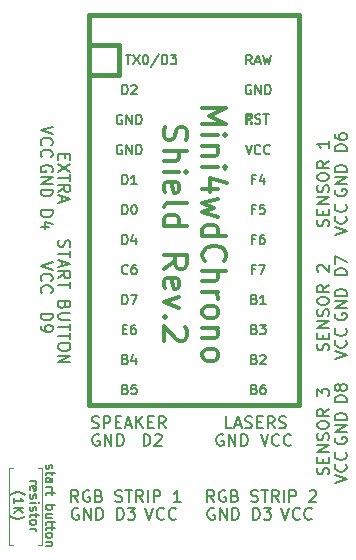
<source format=gto>
G04 #@! TF.GenerationSoftware,KiCad,Pcbnew,(5.1.5-0-10_14)*
G04 #@! TF.CreationDate,2020-12-12T23:26:27+01:00*
G04 #@! TF.ProjectId,pro_micro_shield,70726f5f-6d69-4637-926f-5f736869656c,rev?*
G04 #@! TF.SameCoordinates,Original*
G04 #@! TF.FileFunction,Legend,Top*
G04 #@! TF.FilePolarity,Positive*
%FSLAX46Y46*%
G04 Gerber Fmt 4.6, Leading zero omitted, Abs format (unit mm)*
G04 Created by KiCad (PCBNEW (5.1.5-0-10_14)) date 2020-12-12 23:26:27*
%MOMM*%
%LPD*%
G04 APERTURE LIST*
%ADD10C,0.150000*%
%ADD11C,0.300000*%
%ADD12C,0.120000*%
%ADD13C,0.381000*%
G04 APERTURE END LIST*
D10*
X162026190Y-107302380D02*
X161988095Y-107378571D01*
X161988095Y-107530952D01*
X162026190Y-107607142D01*
X162102380Y-107645238D01*
X162140476Y-107645238D01*
X162216666Y-107607142D01*
X162254761Y-107530952D01*
X162254761Y-107416666D01*
X162292857Y-107340476D01*
X162369047Y-107302380D01*
X162407142Y-107302380D01*
X162483333Y-107340476D01*
X162521428Y-107416666D01*
X162521428Y-107530952D01*
X162483333Y-107607142D01*
X162521428Y-107873809D02*
X162521428Y-108178571D01*
X162788095Y-107988095D02*
X162102380Y-107988095D01*
X162026190Y-108026190D01*
X161988095Y-108102380D01*
X161988095Y-108178571D01*
X161988095Y-108788095D02*
X162407142Y-108788095D01*
X162483333Y-108750000D01*
X162521428Y-108673809D01*
X162521428Y-108521428D01*
X162483333Y-108445238D01*
X162026190Y-108788095D02*
X161988095Y-108711904D01*
X161988095Y-108521428D01*
X162026190Y-108445238D01*
X162102380Y-108407142D01*
X162178571Y-108407142D01*
X162254761Y-108445238D01*
X162292857Y-108521428D01*
X162292857Y-108711904D01*
X162330952Y-108788095D01*
X161988095Y-109169047D02*
X162521428Y-109169047D01*
X162369047Y-109169047D02*
X162445238Y-109207142D01*
X162483333Y-109245238D01*
X162521428Y-109321428D01*
X162521428Y-109397619D01*
X162521428Y-109550000D02*
X162521428Y-109854761D01*
X162788095Y-109664285D02*
X162102380Y-109664285D01*
X162026190Y-109702380D01*
X161988095Y-109778571D01*
X161988095Y-109854761D01*
X161988095Y-110730952D02*
X162788095Y-110730952D01*
X162483333Y-110730952D02*
X162521428Y-110807142D01*
X162521428Y-110959523D01*
X162483333Y-111035714D01*
X162445238Y-111073809D01*
X162369047Y-111111904D01*
X162140476Y-111111904D01*
X162064285Y-111073809D01*
X162026190Y-111035714D01*
X161988095Y-110959523D01*
X161988095Y-110807142D01*
X162026190Y-110730952D01*
X162521428Y-111797619D02*
X161988095Y-111797619D01*
X162521428Y-111454761D02*
X162102380Y-111454761D01*
X162026190Y-111492857D01*
X161988095Y-111569047D01*
X161988095Y-111683333D01*
X162026190Y-111759523D01*
X162064285Y-111797619D01*
X162521428Y-112064285D02*
X162521428Y-112369047D01*
X162788095Y-112178571D02*
X162102380Y-112178571D01*
X162026190Y-112216666D01*
X161988095Y-112292857D01*
X161988095Y-112369047D01*
X162521428Y-112521428D02*
X162521428Y-112826190D01*
X162788095Y-112635714D02*
X162102380Y-112635714D01*
X162026190Y-112673809D01*
X161988095Y-112750000D01*
X161988095Y-112826190D01*
X161988095Y-113207142D02*
X162026190Y-113130952D01*
X162064285Y-113092857D01*
X162140476Y-113054761D01*
X162369047Y-113054761D01*
X162445238Y-113092857D01*
X162483333Y-113130952D01*
X162521428Y-113207142D01*
X162521428Y-113321428D01*
X162483333Y-113397619D01*
X162445238Y-113435714D01*
X162369047Y-113473809D01*
X162140476Y-113473809D01*
X162064285Y-113435714D01*
X162026190Y-113397619D01*
X161988095Y-113321428D01*
X161988095Y-113207142D01*
X162521428Y-113816666D02*
X161988095Y-113816666D01*
X162445238Y-113816666D02*
X162483333Y-113854761D01*
X162521428Y-113930952D01*
X162521428Y-114045238D01*
X162483333Y-114121428D01*
X162407142Y-114159523D01*
X161988095Y-114159523D01*
X160638095Y-108673809D02*
X161171428Y-108673809D01*
X161019047Y-108673809D02*
X161095238Y-108711904D01*
X161133333Y-108750000D01*
X161171428Y-108826190D01*
X161171428Y-108902380D01*
X160676190Y-109473809D02*
X160638095Y-109397619D01*
X160638095Y-109245238D01*
X160676190Y-109169047D01*
X160752380Y-109130952D01*
X161057142Y-109130952D01*
X161133333Y-109169047D01*
X161171428Y-109245238D01*
X161171428Y-109397619D01*
X161133333Y-109473809D01*
X161057142Y-109511904D01*
X160980952Y-109511904D01*
X160904761Y-109130952D01*
X160676190Y-109816666D02*
X160638095Y-109892857D01*
X160638095Y-110045238D01*
X160676190Y-110121428D01*
X160752380Y-110159523D01*
X160790476Y-110159523D01*
X160866666Y-110121428D01*
X160904761Y-110045238D01*
X160904761Y-109930952D01*
X160942857Y-109854761D01*
X161019047Y-109816666D01*
X161057142Y-109816666D01*
X161133333Y-109854761D01*
X161171428Y-109930952D01*
X161171428Y-110045238D01*
X161133333Y-110121428D01*
X160638095Y-110502380D02*
X161171428Y-110502380D01*
X161438095Y-110502380D02*
X161400000Y-110464285D01*
X161361904Y-110502380D01*
X161400000Y-110540476D01*
X161438095Y-110502380D01*
X161361904Y-110502380D01*
X160676190Y-110845238D02*
X160638095Y-110921428D01*
X160638095Y-111073809D01*
X160676190Y-111150000D01*
X160752380Y-111188095D01*
X160790476Y-111188095D01*
X160866666Y-111150000D01*
X160904761Y-111073809D01*
X160904761Y-110959523D01*
X160942857Y-110883333D01*
X161019047Y-110845238D01*
X161057142Y-110845238D01*
X161133333Y-110883333D01*
X161171428Y-110959523D01*
X161171428Y-111073809D01*
X161133333Y-111150000D01*
X161171428Y-111416666D02*
X161171428Y-111721428D01*
X161438095Y-111530952D02*
X160752380Y-111530952D01*
X160676190Y-111569047D01*
X160638095Y-111645238D01*
X160638095Y-111721428D01*
X160638095Y-112102380D02*
X160676190Y-112026190D01*
X160714285Y-111988095D01*
X160790476Y-111950000D01*
X161019047Y-111950000D01*
X161095238Y-111988095D01*
X161133333Y-112026190D01*
X161171428Y-112102380D01*
X161171428Y-112216666D01*
X161133333Y-112292857D01*
X161095238Y-112330952D01*
X161019047Y-112369047D01*
X160790476Y-112369047D01*
X160714285Y-112330952D01*
X160676190Y-112292857D01*
X160638095Y-112216666D01*
X160638095Y-112102380D01*
X160638095Y-112711904D02*
X161171428Y-112711904D01*
X161019047Y-112711904D02*
X161095238Y-112750000D01*
X161133333Y-112788095D01*
X161171428Y-112864285D01*
X161171428Y-112940476D01*
X158983333Y-109854761D02*
X159021428Y-109816666D01*
X159135714Y-109740476D01*
X159211904Y-109702380D01*
X159326190Y-109664285D01*
X159516666Y-109626190D01*
X159669047Y-109626190D01*
X159859523Y-109664285D01*
X159973809Y-109702380D01*
X160050000Y-109740476D01*
X160164285Y-109816666D01*
X160202380Y-109854761D01*
X159288095Y-110578571D02*
X159288095Y-110121428D01*
X159288095Y-110350000D02*
X160088095Y-110350000D01*
X159973809Y-110273809D01*
X159897619Y-110197619D01*
X159859523Y-110121428D01*
X159288095Y-110921428D02*
X160088095Y-110921428D01*
X159288095Y-111378571D02*
X159745238Y-111035714D01*
X160088095Y-111378571D02*
X159630952Y-110921428D01*
X158983333Y-111645238D02*
X159021428Y-111683333D01*
X159135714Y-111759523D01*
X159211904Y-111797619D01*
X159326190Y-111835714D01*
X159516666Y-111873809D01*
X159669047Y-111873809D01*
X159859523Y-111835714D01*
X159973809Y-111797619D01*
X160050000Y-111759523D01*
X160164285Y-111683333D01*
X160202380Y-111645238D01*
X163095238Y-88309523D02*
X163047619Y-88452380D01*
X163047619Y-88690476D01*
X163095238Y-88785714D01*
X163142857Y-88833333D01*
X163238095Y-88880952D01*
X163333333Y-88880952D01*
X163428571Y-88833333D01*
X163476190Y-88785714D01*
X163523809Y-88690476D01*
X163571428Y-88500000D01*
X163619047Y-88404761D01*
X163666666Y-88357142D01*
X163761904Y-88309523D01*
X163857142Y-88309523D01*
X163952380Y-88357142D01*
X164000000Y-88404761D01*
X164047619Y-88500000D01*
X164047619Y-88738095D01*
X164000000Y-88880952D01*
X164047619Y-89166666D02*
X164047619Y-89738095D01*
X163047619Y-89452380D02*
X164047619Y-89452380D01*
X163333333Y-90023809D02*
X163333333Y-90500000D01*
X163047619Y-89928571D02*
X164047619Y-90261904D01*
X163047619Y-90595238D01*
X163047619Y-91500000D02*
X163523809Y-91166666D01*
X163047619Y-90928571D02*
X164047619Y-90928571D01*
X164047619Y-91309523D01*
X164000000Y-91404761D01*
X163952380Y-91452380D01*
X163857142Y-91500000D01*
X163714285Y-91500000D01*
X163619047Y-91452380D01*
X163571428Y-91404761D01*
X163523809Y-91309523D01*
X163523809Y-90928571D01*
X164047619Y-91785714D02*
X164047619Y-92357142D01*
X163047619Y-92071428D02*
X164047619Y-92071428D01*
X163571428Y-93785714D02*
X163523809Y-93928571D01*
X163476190Y-93976190D01*
X163380952Y-94023809D01*
X163238095Y-94023809D01*
X163142857Y-93976190D01*
X163095238Y-93928571D01*
X163047619Y-93833333D01*
X163047619Y-93452380D01*
X164047619Y-93452380D01*
X164047619Y-93785714D01*
X164000000Y-93880952D01*
X163952380Y-93928571D01*
X163857142Y-93976190D01*
X163761904Y-93976190D01*
X163666666Y-93928571D01*
X163619047Y-93880952D01*
X163571428Y-93785714D01*
X163571428Y-93452380D01*
X164047619Y-94452380D02*
X163238095Y-94452380D01*
X163142857Y-94500000D01*
X163095238Y-94547619D01*
X163047619Y-94642857D01*
X163047619Y-94833333D01*
X163095238Y-94928571D01*
X163142857Y-94976190D01*
X163238095Y-95023809D01*
X164047619Y-95023809D01*
X164047619Y-95357142D02*
X164047619Y-95928571D01*
X163047619Y-95642857D02*
X164047619Y-95642857D01*
X164047619Y-96119047D02*
X164047619Y-96690476D01*
X163047619Y-96404761D02*
X164047619Y-96404761D01*
X164047619Y-97214285D02*
X164047619Y-97404761D01*
X164000000Y-97500000D01*
X163904761Y-97595238D01*
X163714285Y-97642857D01*
X163380952Y-97642857D01*
X163190476Y-97595238D01*
X163095238Y-97500000D01*
X163047619Y-97404761D01*
X163047619Y-97214285D01*
X163095238Y-97119047D01*
X163190476Y-97023809D01*
X163380952Y-96976190D01*
X163714285Y-96976190D01*
X163904761Y-97023809D01*
X164000000Y-97119047D01*
X164047619Y-97214285D01*
X163047619Y-98071428D02*
X164047619Y-98071428D01*
X163047619Y-98642857D01*
X164047619Y-98642857D01*
X162500000Y-82488095D02*
X162547619Y-82392857D01*
X162547619Y-82250000D01*
X162500000Y-82107142D01*
X162404761Y-82011904D01*
X162309523Y-81964285D01*
X162119047Y-81916666D01*
X161976190Y-81916666D01*
X161785714Y-81964285D01*
X161690476Y-82011904D01*
X161595238Y-82107142D01*
X161547619Y-82250000D01*
X161547619Y-82345238D01*
X161595238Y-82488095D01*
X161642857Y-82535714D01*
X161976190Y-82535714D01*
X161976190Y-82345238D01*
X161547619Y-82964285D02*
X162547619Y-82964285D01*
X161547619Y-83535714D01*
X162547619Y-83535714D01*
X161547619Y-84011904D02*
X162547619Y-84011904D01*
X162547619Y-84250000D01*
X162500000Y-84392857D01*
X162404761Y-84488095D01*
X162309523Y-84535714D01*
X162119047Y-84583333D01*
X161976190Y-84583333D01*
X161785714Y-84535714D01*
X161690476Y-84488095D01*
X161595238Y-84392857D01*
X161547619Y-84250000D01*
X161547619Y-84011904D01*
X163571428Y-81000000D02*
X163571428Y-81333333D01*
X163047619Y-81476190D02*
X163047619Y-81000000D01*
X164047619Y-81000000D01*
X164047619Y-81476190D01*
X164047619Y-81809523D02*
X163047619Y-82476190D01*
X164047619Y-82476190D02*
X163047619Y-81809523D01*
X164047619Y-82714285D02*
X164047619Y-83285714D01*
X163047619Y-83000000D02*
X164047619Y-83000000D01*
X163047619Y-84190476D02*
X163523809Y-83857142D01*
X163047619Y-83619047D02*
X164047619Y-83619047D01*
X164047619Y-84000000D01*
X164000000Y-84095238D01*
X163952380Y-84142857D01*
X163857142Y-84190476D01*
X163714285Y-84190476D01*
X163619047Y-84142857D01*
X163571428Y-84095238D01*
X163523809Y-84000000D01*
X163523809Y-83619047D01*
X163333333Y-84571428D02*
X163333333Y-85047619D01*
X163047619Y-84476190D02*
X164047619Y-84809523D01*
X163047619Y-85142857D01*
X161547619Y-85761904D02*
X162547619Y-85761904D01*
X162547619Y-86000000D01*
X162500000Y-86142857D01*
X162404761Y-86238095D01*
X162309523Y-86285714D01*
X162119047Y-86333333D01*
X161976190Y-86333333D01*
X161785714Y-86285714D01*
X161690476Y-86238095D01*
X161595238Y-86142857D01*
X161547619Y-86000000D01*
X161547619Y-85761904D01*
X162214285Y-87190476D02*
X161547619Y-87190476D01*
X162595238Y-86952380D02*
X161880952Y-86714285D01*
X161880952Y-87333333D01*
X162547619Y-78666666D02*
X161547619Y-79000000D01*
X162547619Y-79333333D01*
X161642857Y-80238095D02*
X161595238Y-80190476D01*
X161547619Y-80047619D01*
X161547619Y-79952380D01*
X161595238Y-79809523D01*
X161690476Y-79714285D01*
X161785714Y-79666666D01*
X161976190Y-79619047D01*
X162119047Y-79619047D01*
X162309523Y-79666666D01*
X162404761Y-79714285D01*
X162500000Y-79809523D01*
X162547619Y-79952380D01*
X162547619Y-80047619D01*
X162500000Y-80190476D01*
X162452380Y-80238095D01*
X161642857Y-81238095D02*
X161595238Y-81190476D01*
X161547619Y-81047619D01*
X161547619Y-80952380D01*
X161595238Y-80809523D01*
X161690476Y-80714285D01*
X161785714Y-80666666D01*
X161976190Y-80619047D01*
X162119047Y-80619047D01*
X162309523Y-80666666D01*
X162404761Y-80714285D01*
X162500000Y-80809523D01*
X162547619Y-80952380D01*
X162547619Y-81047619D01*
X162500000Y-81190476D01*
X162452380Y-81238095D01*
X161547619Y-94511904D02*
X162547619Y-94511904D01*
X162547619Y-94750000D01*
X162500000Y-94892857D01*
X162404761Y-94988095D01*
X162309523Y-95035714D01*
X162119047Y-95083333D01*
X161976190Y-95083333D01*
X161785714Y-95035714D01*
X161690476Y-94988095D01*
X161595238Y-94892857D01*
X161547619Y-94750000D01*
X161547619Y-94511904D01*
X161547619Y-95559523D02*
X161547619Y-95750000D01*
X161595238Y-95845238D01*
X161642857Y-95892857D01*
X161785714Y-95988095D01*
X161976190Y-96035714D01*
X162357142Y-96035714D01*
X162452380Y-95988095D01*
X162500000Y-95940476D01*
X162547619Y-95845238D01*
X162547619Y-95654761D01*
X162500000Y-95559523D01*
X162452380Y-95511904D01*
X162357142Y-95464285D01*
X162119047Y-95464285D01*
X162023809Y-95511904D01*
X161976190Y-95559523D01*
X161928571Y-95654761D01*
X161928571Y-95845238D01*
X161976190Y-95940476D01*
X162023809Y-95988095D01*
X162119047Y-96035714D01*
X162547619Y-90166666D02*
X161547619Y-90500000D01*
X162547619Y-90833333D01*
X161642857Y-91738095D02*
X161595238Y-91690476D01*
X161547619Y-91547619D01*
X161547619Y-91452380D01*
X161595238Y-91309523D01*
X161690476Y-91214285D01*
X161785714Y-91166666D01*
X161976190Y-91119047D01*
X162119047Y-91119047D01*
X162309523Y-91166666D01*
X162404761Y-91214285D01*
X162500000Y-91309523D01*
X162547619Y-91452380D01*
X162547619Y-91547619D01*
X162500000Y-91690476D01*
X162452380Y-91738095D01*
X161642857Y-92738095D02*
X161595238Y-92690476D01*
X161547619Y-92547619D01*
X161547619Y-92452380D01*
X161595238Y-92309523D01*
X161690476Y-92214285D01*
X161785714Y-92166666D01*
X161976190Y-92119047D01*
X162119047Y-92119047D01*
X162309523Y-92166666D01*
X162404761Y-92214285D01*
X162500000Y-92309523D01*
X162547619Y-92452380D01*
X162547619Y-92547619D01*
X162500000Y-92690476D01*
X162452380Y-92738095D01*
X177726190Y-104202380D02*
X177250000Y-104202380D01*
X177250000Y-103202380D01*
X178011904Y-103916666D02*
X178488095Y-103916666D01*
X177916666Y-104202380D02*
X178250000Y-103202380D01*
X178583333Y-104202380D01*
X178869047Y-104154761D02*
X179011904Y-104202380D01*
X179250000Y-104202380D01*
X179345238Y-104154761D01*
X179392857Y-104107142D01*
X179440476Y-104011904D01*
X179440476Y-103916666D01*
X179392857Y-103821428D01*
X179345238Y-103773809D01*
X179250000Y-103726190D01*
X179059523Y-103678571D01*
X178964285Y-103630952D01*
X178916666Y-103583333D01*
X178869047Y-103488095D01*
X178869047Y-103392857D01*
X178916666Y-103297619D01*
X178964285Y-103250000D01*
X179059523Y-103202380D01*
X179297619Y-103202380D01*
X179440476Y-103250000D01*
X179869047Y-103678571D02*
X180202380Y-103678571D01*
X180345238Y-104202380D02*
X179869047Y-104202380D01*
X179869047Y-103202380D01*
X180345238Y-103202380D01*
X181345238Y-104202380D02*
X181011904Y-103726190D01*
X180773809Y-104202380D02*
X180773809Y-103202380D01*
X181154761Y-103202380D01*
X181250000Y-103250000D01*
X181297619Y-103297619D01*
X181345238Y-103392857D01*
X181345238Y-103535714D01*
X181297619Y-103630952D01*
X181250000Y-103678571D01*
X181154761Y-103726190D01*
X180773809Y-103726190D01*
X181726190Y-104154761D02*
X181869047Y-104202380D01*
X182107142Y-104202380D01*
X182202380Y-104154761D01*
X182250000Y-104107142D01*
X182297619Y-104011904D01*
X182297619Y-103916666D01*
X182250000Y-103821428D01*
X182202380Y-103773809D01*
X182107142Y-103726190D01*
X181916666Y-103678571D01*
X181821428Y-103630952D01*
X181773809Y-103583333D01*
X181726190Y-103488095D01*
X181726190Y-103392857D01*
X181773809Y-103297619D01*
X181821428Y-103250000D01*
X181916666Y-103202380D01*
X182154761Y-103202380D01*
X182297619Y-103250000D01*
X180166666Y-104702380D02*
X180500000Y-105702380D01*
X180833333Y-104702380D01*
X181738095Y-105607142D02*
X181690476Y-105654761D01*
X181547619Y-105702380D01*
X181452380Y-105702380D01*
X181309523Y-105654761D01*
X181214285Y-105559523D01*
X181166666Y-105464285D01*
X181119047Y-105273809D01*
X181119047Y-105130952D01*
X181166666Y-104940476D01*
X181214285Y-104845238D01*
X181309523Y-104750000D01*
X181452380Y-104702380D01*
X181547619Y-104702380D01*
X181690476Y-104750000D01*
X181738095Y-104797619D01*
X182738095Y-105607142D02*
X182690476Y-105654761D01*
X182547619Y-105702380D01*
X182452380Y-105702380D01*
X182309523Y-105654761D01*
X182214285Y-105559523D01*
X182166666Y-105464285D01*
X182119047Y-105273809D01*
X182119047Y-105130952D01*
X182166666Y-104940476D01*
X182214285Y-104845238D01*
X182309523Y-104750000D01*
X182452380Y-104702380D01*
X182547619Y-104702380D01*
X182690476Y-104750000D01*
X182738095Y-104797619D01*
X176988095Y-104750000D02*
X176892857Y-104702380D01*
X176750000Y-104702380D01*
X176607142Y-104750000D01*
X176511904Y-104845238D01*
X176464285Y-104940476D01*
X176416666Y-105130952D01*
X176416666Y-105273809D01*
X176464285Y-105464285D01*
X176511904Y-105559523D01*
X176607142Y-105654761D01*
X176750000Y-105702380D01*
X176845238Y-105702380D01*
X176988095Y-105654761D01*
X177035714Y-105607142D01*
X177035714Y-105273809D01*
X176845238Y-105273809D01*
X177464285Y-105702380D02*
X177464285Y-104702380D01*
X178035714Y-105702380D01*
X178035714Y-104702380D01*
X178511904Y-105702380D02*
X178511904Y-104702380D01*
X178750000Y-104702380D01*
X178892857Y-104750000D01*
X178988095Y-104845238D01*
X179035714Y-104940476D01*
X179083333Y-105130952D01*
X179083333Y-105273809D01*
X179035714Y-105464285D01*
X178988095Y-105559523D01*
X178892857Y-105654761D01*
X178750000Y-105702380D01*
X178511904Y-105702380D01*
D11*
X175245238Y-77083333D02*
X177245238Y-77083333D01*
X175816666Y-77750000D01*
X177245238Y-78416666D01*
X175245238Y-78416666D01*
X175245238Y-79369047D02*
X176578571Y-79369047D01*
X177245238Y-79369047D02*
X177150000Y-79273809D01*
X177054761Y-79369047D01*
X177150000Y-79464285D01*
X177245238Y-79369047D01*
X177054761Y-79369047D01*
X176578571Y-80321428D02*
X175245238Y-80321428D01*
X176388095Y-80321428D02*
X176483333Y-80416666D01*
X176578571Y-80607142D01*
X176578571Y-80892857D01*
X176483333Y-81083333D01*
X176292857Y-81178571D01*
X175245238Y-81178571D01*
X175245238Y-82130952D02*
X176578571Y-82130952D01*
X177245238Y-82130952D02*
X177150000Y-82035714D01*
X177054761Y-82130952D01*
X177150000Y-82226190D01*
X177245238Y-82130952D01*
X177054761Y-82130952D01*
X176578571Y-83940476D02*
X175245238Y-83940476D01*
X177340476Y-83464285D02*
X175911904Y-82988095D01*
X175911904Y-84226190D01*
X176578571Y-84797619D02*
X175245238Y-85178571D01*
X176197619Y-85559523D01*
X175245238Y-85940476D01*
X176578571Y-86321428D01*
X175245238Y-87940476D02*
X177245238Y-87940476D01*
X175340476Y-87940476D02*
X175245238Y-87750000D01*
X175245238Y-87369047D01*
X175340476Y-87178571D01*
X175435714Y-87083333D01*
X175626190Y-86988095D01*
X176197619Y-86988095D01*
X176388095Y-87083333D01*
X176483333Y-87178571D01*
X176578571Y-87369047D01*
X176578571Y-87750000D01*
X176483333Y-87940476D01*
X175435714Y-90035714D02*
X175340476Y-89940476D01*
X175245238Y-89654761D01*
X175245238Y-89464285D01*
X175340476Y-89178571D01*
X175530952Y-88988095D01*
X175721428Y-88892857D01*
X176102380Y-88797619D01*
X176388095Y-88797619D01*
X176769047Y-88892857D01*
X176959523Y-88988095D01*
X177150000Y-89178571D01*
X177245238Y-89464285D01*
X177245238Y-89654761D01*
X177150000Y-89940476D01*
X177054761Y-90035714D01*
X175245238Y-90892857D02*
X177245238Y-90892857D01*
X175245238Y-91750000D02*
X176292857Y-91750000D01*
X176483333Y-91654761D01*
X176578571Y-91464285D01*
X176578571Y-91178571D01*
X176483333Y-90988095D01*
X176388095Y-90892857D01*
X175245238Y-92702380D02*
X176578571Y-92702380D01*
X176197619Y-92702380D02*
X176388095Y-92797619D01*
X176483333Y-92892857D01*
X176578571Y-93083333D01*
X176578571Y-93273809D01*
X175245238Y-94226190D02*
X175340476Y-94035714D01*
X175435714Y-93940476D01*
X175626190Y-93845238D01*
X176197619Y-93845238D01*
X176388095Y-93940476D01*
X176483333Y-94035714D01*
X176578571Y-94226190D01*
X176578571Y-94511904D01*
X176483333Y-94702380D01*
X176388095Y-94797619D01*
X176197619Y-94892857D01*
X175626190Y-94892857D01*
X175435714Y-94797619D01*
X175340476Y-94702380D01*
X175245238Y-94511904D01*
X175245238Y-94226190D01*
X176578571Y-95750000D02*
X175245238Y-95750000D01*
X176388095Y-95750000D02*
X176483333Y-95845238D01*
X176578571Y-96035714D01*
X176578571Y-96321428D01*
X176483333Y-96511904D01*
X176292857Y-96607142D01*
X175245238Y-96607142D01*
X175245238Y-97845238D02*
X175340476Y-97654761D01*
X175435714Y-97559523D01*
X175626190Y-97464285D01*
X176197619Y-97464285D01*
X176388095Y-97559523D01*
X176483333Y-97654761D01*
X176578571Y-97845238D01*
X176578571Y-98130952D01*
X176483333Y-98321428D01*
X176388095Y-98416666D01*
X176197619Y-98511904D01*
X175626190Y-98511904D01*
X175435714Y-98416666D01*
X175340476Y-98321428D01*
X175245238Y-98130952D01*
X175245238Y-97845238D01*
X172040476Y-78702380D02*
X171945238Y-78988095D01*
X171945238Y-79464285D01*
X172040476Y-79654761D01*
X172135714Y-79750000D01*
X172326190Y-79845238D01*
X172516666Y-79845238D01*
X172707142Y-79750000D01*
X172802380Y-79654761D01*
X172897619Y-79464285D01*
X172992857Y-79083333D01*
X173088095Y-78892857D01*
X173183333Y-78797619D01*
X173373809Y-78702380D01*
X173564285Y-78702380D01*
X173754761Y-78797619D01*
X173850000Y-78892857D01*
X173945238Y-79083333D01*
X173945238Y-79559523D01*
X173850000Y-79845238D01*
X171945238Y-80702380D02*
X173945238Y-80702380D01*
X171945238Y-81559523D02*
X172992857Y-81559523D01*
X173183333Y-81464285D01*
X173278571Y-81273809D01*
X173278571Y-80988095D01*
X173183333Y-80797619D01*
X173088095Y-80702380D01*
X171945238Y-82511904D02*
X173278571Y-82511904D01*
X173945238Y-82511904D02*
X173850000Y-82416666D01*
X173754761Y-82511904D01*
X173850000Y-82607142D01*
X173945238Y-82511904D01*
X173754761Y-82511904D01*
X172040476Y-84226190D02*
X171945238Y-84035714D01*
X171945238Y-83654761D01*
X172040476Y-83464285D01*
X172230952Y-83369047D01*
X172992857Y-83369047D01*
X173183333Y-83464285D01*
X173278571Y-83654761D01*
X173278571Y-84035714D01*
X173183333Y-84226190D01*
X172992857Y-84321428D01*
X172802380Y-84321428D01*
X172611904Y-83369047D01*
X171945238Y-85464285D02*
X172040476Y-85273809D01*
X172230952Y-85178571D01*
X173945238Y-85178571D01*
X171945238Y-87083333D02*
X173945238Y-87083333D01*
X172040476Y-87083333D02*
X171945238Y-86892857D01*
X171945238Y-86511904D01*
X172040476Y-86321428D01*
X172135714Y-86226190D01*
X172326190Y-86130952D01*
X172897619Y-86130952D01*
X173088095Y-86226190D01*
X173183333Y-86321428D01*
X173278571Y-86511904D01*
X173278571Y-86892857D01*
X173183333Y-87083333D01*
X171945238Y-90702380D02*
X172897619Y-90035714D01*
X171945238Y-89559523D02*
X173945238Y-89559523D01*
X173945238Y-90321428D01*
X173850000Y-90511904D01*
X173754761Y-90607142D01*
X173564285Y-90702380D01*
X173278571Y-90702380D01*
X173088095Y-90607142D01*
X172992857Y-90511904D01*
X172897619Y-90321428D01*
X172897619Y-89559523D01*
X172040476Y-92321428D02*
X171945238Y-92130952D01*
X171945238Y-91750000D01*
X172040476Y-91559523D01*
X172230952Y-91464285D01*
X172992857Y-91464285D01*
X173183333Y-91559523D01*
X173278571Y-91750000D01*
X173278571Y-92130952D01*
X173183333Y-92321428D01*
X172992857Y-92416666D01*
X172802380Y-92416666D01*
X172611904Y-91464285D01*
X173278571Y-93083333D02*
X171945238Y-93559523D01*
X173278571Y-94035714D01*
X172135714Y-94797619D02*
X172040476Y-94892857D01*
X171945238Y-94797619D01*
X172040476Y-94702380D01*
X172135714Y-94797619D01*
X171945238Y-94797619D01*
X173754761Y-95654761D02*
X173850000Y-95750000D01*
X173945238Y-95940476D01*
X173945238Y-96416666D01*
X173850000Y-96607142D01*
X173754761Y-96702380D01*
X173564285Y-96797619D01*
X173373809Y-96797619D01*
X173088095Y-96702380D01*
X171945238Y-95559523D01*
X171945238Y-96797619D01*
D10*
X185904761Y-108119047D02*
X185952380Y-107976190D01*
X185952380Y-107738095D01*
X185904761Y-107642857D01*
X185857142Y-107595238D01*
X185761904Y-107547619D01*
X185666666Y-107547619D01*
X185571428Y-107595238D01*
X185523809Y-107642857D01*
X185476190Y-107738095D01*
X185428571Y-107928571D01*
X185380952Y-108023809D01*
X185333333Y-108071428D01*
X185238095Y-108119047D01*
X185142857Y-108119047D01*
X185047619Y-108071428D01*
X185000000Y-108023809D01*
X184952380Y-107928571D01*
X184952380Y-107690476D01*
X185000000Y-107547619D01*
X185428571Y-107119047D02*
X185428571Y-106785714D01*
X185952380Y-106642857D02*
X185952380Y-107119047D01*
X184952380Y-107119047D01*
X184952380Y-106642857D01*
X185952380Y-106214285D02*
X184952380Y-106214285D01*
X185952380Y-105642857D01*
X184952380Y-105642857D01*
X185904761Y-105214285D02*
X185952380Y-105071428D01*
X185952380Y-104833333D01*
X185904761Y-104738095D01*
X185857142Y-104690476D01*
X185761904Y-104642857D01*
X185666666Y-104642857D01*
X185571428Y-104690476D01*
X185523809Y-104738095D01*
X185476190Y-104833333D01*
X185428571Y-105023809D01*
X185380952Y-105119047D01*
X185333333Y-105166666D01*
X185238095Y-105214285D01*
X185142857Y-105214285D01*
X185047619Y-105166666D01*
X185000000Y-105119047D01*
X184952380Y-105023809D01*
X184952380Y-104785714D01*
X185000000Y-104642857D01*
X184952380Y-104023809D02*
X184952380Y-103833333D01*
X185000000Y-103738095D01*
X185095238Y-103642857D01*
X185285714Y-103595238D01*
X185619047Y-103595238D01*
X185809523Y-103642857D01*
X185904761Y-103738095D01*
X185952380Y-103833333D01*
X185952380Y-104023809D01*
X185904761Y-104119047D01*
X185809523Y-104214285D01*
X185619047Y-104261904D01*
X185285714Y-104261904D01*
X185095238Y-104214285D01*
X185000000Y-104119047D01*
X184952380Y-104023809D01*
X185952380Y-102595238D02*
X185476190Y-102928571D01*
X185952380Y-103166666D02*
X184952380Y-103166666D01*
X184952380Y-102785714D01*
X185000000Y-102690476D01*
X185047619Y-102642857D01*
X185142857Y-102595238D01*
X185285714Y-102595238D01*
X185380952Y-102642857D01*
X185428571Y-102690476D01*
X185476190Y-102785714D01*
X185476190Y-103166666D01*
X184952380Y-101500000D02*
X184952380Y-100880952D01*
X185333333Y-101214285D01*
X185333333Y-101071428D01*
X185380952Y-100976190D01*
X185428571Y-100928571D01*
X185523809Y-100880952D01*
X185761904Y-100880952D01*
X185857142Y-100928571D01*
X185904761Y-100976190D01*
X185952380Y-101071428D01*
X185952380Y-101357142D01*
X185904761Y-101452380D01*
X185857142Y-101500000D01*
X185904761Y-97619047D02*
X185952380Y-97476190D01*
X185952380Y-97238095D01*
X185904761Y-97142857D01*
X185857142Y-97095238D01*
X185761904Y-97047619D01*
X185666666Y-97047619D01*
X185571428Y-97095238D01*
X185523809Y-97142857D01*
X185476190Y-97238095D01*
X185428571Y-97428571D01*
X185380952Y-97523809D01*
X185333333Y-97571428D01*
X185238095Y-97619047D01*
X185142857Y-97619047D01*
X185047619Y-97571428D01*
X185000000Y-97523809D01*
X184952380Y-97428571D01*
X184952380Y-97190476D01*
X185000000Y-97047619D01*
X185428571Y-96619047D02*
X185428571Y-96285714D01*
X185952380Y-96142857D02*
X185952380Y-96619047D01*
X184952380Y-96619047D01*
X184952380Y-96142857D01*
X185952380Y-95714285D02*
X184952380Y-95714285D01*
X185952380Y-95142857D01*
X184952380Y-95142857D01*
X185904761Y-94714285D02*
X185952380Y-94571428D01*
X185952380Y-94333333D01*
X185904761Y-94238095D01*
X185857142Y-94190476D01*
X185761904Y-94142857D01*
X185666666Y-94142857D01*
X185571428Y-94190476D01*
X185523809Y-94238095D01*
X185476190Y-94333333D01*
X185428571Y-94523809D01*
X185380952Y-94619047D01*
X185333333Y-94666666D01*
X185238095Y-94714285D01*
X185142857Y-94714285D01*
X185047619Y-94666666D01*
X185000000Y-94619047D01*
X184952380Y-94523809D01*
X184952380Y-94285714D01*
X185000000Y-94142857D01*
X184952380Y-93523809D02*
X184952380Y-93333333D01*
X185000000Y-93238095D01*
X185095238Y-93142857D01*
X185285714Y-93095238D01*
X185619047Y-93095238D01*
X185809523Y-93142857D01*
X185904761Y-93238095D01*
X185952380Y-93333333D01*
X185952380Y-93523809D01*
X185904761Y-93619047D01*
X185809523Y-93714285D01*
X185619047Y-93761904D01*
X185285714Y-93761904D01*
X185095238Y-93714285D01*
X185000000Y-93619047D01*
X184952380Y-93523809D01*
X185952380Y-92095238D02*
X185476190Y-92428571D01*
X185952380Y-92666666D02*
X184952380Y-92666666D01*
X184952380Y-92285714D01*
X185000000Y-92190476D01*
X185047619Y-92142857D01*
X185142857Y-92095238D01*
X185285714Y-92095238D01*
X185380952Y-92142857D01*
X185428571Y-92190476D01*
X185476190Y-92285714D01*
X185476190Y-92666666D01*
X185047619Y-90952380D02*
X185000000Y-90904761D01*
X184952380Y-90809523D01*
X184952380Y-90571428D01*
X185000000Y-90476190D01*
X185047619Y-90428571D01*
X185142857Y-90380952D01*
X185238095Y-90380952D01*
X185380952Y-90428571D01*
X185952380Y-91000000D01*
X185952380Y-90380952D01*
X185904761Y-87119047D02*
X185952380Y-86976190D01*
X185952380Y-86738095D01*
X185904761Y-86642857D01*
X185857142Y-86595238D01*
X185761904Y-86547619D01*
X185666666Y-86547619D01*
X185571428Y-86595238D01*
X185523809Y-86642857D01*
X185476190Y-86738095D01*
X185428571Y-86928571D01*
X185380952Y-87023809D01*
X185333333Y-87071428D01*
X185238095Y-87119047D01*
X185142857Y-87119047D01*
X185047619Y-87071428D01*
X185000000Y-87023809D01*
X184952380Y-86928571D01*
X184952380Y-86690476D01*
X185000000Y-86547619D01*
X185428571Y-86119047D02*
X185428571Y-85785714D01*
X185952380Y-85642857D02*
X185952380Y-86119047D01*
X184952380Y-86119047D01*
X184952380Y-85642857D01*
X185952380Y-85214285D02*
X184952380Y-85214285D01*
X185952380Y-84642857D01*
X184952380Y-84642857D01*
X185904761Y-84214285D02*
X185952380Y-84071428D01*
X185952380Y-83833333D01*
X185904761Y-83738095D01*
X185857142Y-83690476D01*
X185761904Y-83642857D01*
X185666666Y-83642857D01*
X185571428Y-83690476D01*
X185523809Y-83738095D01*
X185476190Y-83833333D01*
X185428571Y-84023809D01*
X185380952Y-84119047D01*
X185333333Y-84166666D01*
X185238095Y-84214285D01*
X185142857Y-84214285D01*
X185047619Y-84166666D01*
X185000000Y-84119047D01*
X184952380Y-84023809D01*
X184952380Y-83785714D01*
X185000000Y-83642857D01*
X184952380Y-83023809D02*
X184952380Y-82833333D01*
X185000000Y-82738095D01*
X185095238Y-82642857D01*
X185285714Y-82595238D01*
X185619047Y-82595238D01*
X185809523Y-82642857D01*
X185904761Y-82738095D01*
X185952380Y-82833333D01*
X185952380Y-83023809D01*
X185904761Y-83119047D01*
X185809523Y-83214285D01*
X185619047Y-83261904D01*
X185285714Y-83261904D01*
X185095238Y-83214285D01*
X185000000Y-83119047D01*
X184952380Y-83023809D01*
X185952380Y-81595238D02*
X185476190Y-81928571D01*
X185952380Y-82166666D02*
X184952380Y-82166666D01*
X184952380Y-81785714D01*
X185000000Y-81690476D01*
X185047619Y-81642857D01*
X185142857Y-81595238D01*
X185285714Y-81595238D01*
X185380952Y-81642857D01*
X185428571Y-81690476D01*
X185476190Y-81785714D01*
X185476190Y-82166666D01*
X185952380Y-79880952D02*
X185952380Y-80452380D01*
X185952380Y-80166666D02*
X184952380Y-80166666D01*
X185095238Y-80261904D01*
X185190476Y-80357142D01*
X185238095Y-80452380D01*
X176226190Y-110452380D02*
X175892857Y-109976190D01*
X175654761Y-110452380D02*
X175654761Y-109452380D01*
X176035714Y-109452380D01*
X176130952Y-109500000D01*
X176178571Y-109547619D01*
X176226190Y-109642857D01*
X176226190Y-109785714D01*
X176178571Y-109880952D01*
X176130952Y-109928571D01*
X176035714Y-109976190D01*
X175654761Y-109976190D01*
X177178571Y-109500000D02*
X177083333Y-109452380D01*
X176940476Y-109452380D01*
X176797619Y-109500000D01*
X176702380Y-109595238D01*
X176654761Y-109690476D01*
X176607142Y-109880952D01*
X176607142Y-110023809D01*
X176654761Y-110214285D01*
X176702380Y-110309523D01*
X176797619Y-110404761D01*
X176940476Y-110452380D01*
X177035714Y-110452380D01*
X177178571Y-110404761D01*
X177226190Y-110357142D01*
X177226190Y-110023809D01*
X177035714Y-110023809D01*
X177988095Y-109928571D02*
X178130952Y-109976190D01*
X178178571Y-110023809D01*
X178226190Y-110119047D01*
X178226190Y-110261904D01*
X178178571Y-110357142D01*
X178130952Y-110404761D01*
X178035714Y-110452380D01*
X177654761Y-110452380D01*
X177654761Y-109452380D01*
X177988095Y-109452380D01*
X178083333Y-109500000D01*
X178130952Y-109547619D01*
X178178571Y-109642857D01*
X178178571Y-109738095D01*
X178130952Y-109833333D01*
X178083333Y-109880952D01*
X177988095Y-109928571D01*
X177654761Y-109928571D01*
X179369047Y-110404761D02*
X179511904Y-110452380D01*
X179750000Y-110452380D01*
X179845238Y-110404761D01*
X179892857Y-110357142D01*
X179940476Y-110261904D01*
X179940476Y-110166666D01*
X179892857Y-110071428D01*
X179845238Y-110023809D01*
X179750000Y-109976190D01*
X179559523Y-109928571D01*
X179464285Y-109880952D01*
X179416666Y-109833333D01*
X179369047Y-109738095D01*
X179369047Y-109642857D01*
X179416666Y-109547619D01*
X179464285Y-109500000D01*
X179559523Y-109452380D01*
X179797619Y-109452380D01*
X179940476Y-109500000D01*
X180226190Y-109452380D02*
X180797619Y-109452380D01*
X180511904Y-110452380D02*
X180511904Y-109452380D01*
X181702380Y-110452380D02*
X181369047Y-109976190D01*
X181130952Y-110452380D02*
X181130952Y-109452380D01*
X181511904Y-109452380D01*
X181607142Y-109500000D01*
X181654761Y-109547619D01*
X181702380Y-109642857D01*
X181702380Y-109785714D01*
X181654761Y-109880952D01*
X181607142Y-109928571D01*
X181511904Y-109976190D01*
X181130952Y-109976190D01*
X182130952Y-110452380D02*
X182130952Y-109452380D01*
X182607142Y-110452380D02*
X182607142Y-109452380D01*
X182988095Y-109452380D01*
X183083333Y-109500000D01*
X183130952Y-109547619D01*
X183178571Y-109642857D01*
X183178571Y-109785714D01*
X183130952Y-109880952D01*
X183083333Y-109928571D01*
X182988095Y-109976190D01*
X182607142Y-109976190D01*
X184321428Y-109547619D02*
X184369047Y-109500000D01*
X184464285Y-109452380D01*
X184702380Y-109452380D01*
X184797619Y-109500000D01*
X184845238Y-109547619D01*
X184892857Y-109642857D01*
X184892857Y-109738095D01*
X184845238Y-109880952D01*
X184273809Y-110452380D01*
X184892857Y-110452380D01*
X164726190Y-110452380D02*
X164392857Y-109976190D01*
X164154761Y-110452380D02*
X164154761Y-109452380D01*
X164535714Y-109452380D01*
X164630952Y-109500000D01*
X164678571Y-109547619D01*
X164726190Y-109642857D01*
X164726190Y-109785714D01*
X164678571Y-109880952D01*
X164630952Y-109928571D01*
X164535714Y-109976190D01*
X164154761Y-109976190D01*
X165678571Y-109500000D02*
X165583333Y-109452380D01*
X165440476Y-109452380D01*
X165297619Y-109500000D01*
X165202380Y-109595238D01*
X165154761Y-109690476D01*
X165107142Y-109880952D01*
X165107142Y-110023809D01*
X165154761Y-110214285D01*
X165202380Y-110309523D01*
X165297619Y-110404761D01*
X165440476Y-110452380D01*
X165535714Y-110452380D01*
X165678571Y-110404761D01*
X165726190Y-110357142D01*
X165726190Y-110023809D01*
X165535714Y-110023809D01*
X166488095Y-109928571D02*
X166630952Y-109976190D01*
X166678571Y-110023809D01*
X166726190Y-110119047D01*
X166726190Y-110261904D01*
X166678571Y-110357142D01*
X166630952Y-110404761D01*
X166535714Y-110452380D01*
X166154761Y-110452380D01*
X166154761Y-109452380D01*
X166488095Y-109452380D01*
X166583333Y-109500000D01*
X166630952Y-109547619D01*
X166678571Y-109642857D01*
X166678571Y-109738095D01*
X166630952Y-109833333D01*
X166583333Y-109880952D01*
X166488095Y-109928571D01*
X166154761Y-109928571D01*
X167869047Y-110404761D02*
X168011904Y-110452380D01*
X168250000Y-110452380D01*
X168345238Y-110404761D01*
X168392857Y-110357142D01*
X168440476Y-110261904D01*
X168440476Y-110166666D01*
X168392857Y-110071428D01*
X168345238Y-110023809D01*
X168250000Y-109976190D01*
X168059523Y-109928571D01*
X167964285Y-109880952D01*
X167916666Y-109833333D01*
X167869047Y-109738095D01*
X167869047Y-109642857D01*
X167916666Y-109547619D01*
X167964285Y-109500000D01*
X168059523Y-109452380D01*
X168297619Y-109452380D01*
X168440476Y-109500000D01*
X168726190Y-109452380D02*
X169297619Y-109452380D01*
X169011904Y-110452380D02*
X169011904Y-109452380D01*
X170202380Y-110452380D02*
X169869047Y-109976190D01*
X169630952Y-110452380D02*
X169630952Y-109452380D01*
X170011904Y-109452380D01*
X170107142Y-109500000D01*
X170154761Y-109547619D01*
X170202380Y-109642857D01*
X170202380Y-109785714D01*
X170154761Y-109880952D01*
X170107142Y-109928571D01*
X170011904Y-109976190D01*
X169630952Y-109976190D01*
X170630952Y-110452380D02*
X170630952Y-109452380D01*
X171107142Y-110452380D02*
X171107142Y-109452380D01*
X171488095Y-109452380D01*
X171583333Y-109500000D01*
X171630952Y-109547619D01*
X171678571Y-109642857D01*
X171678571Y-109785714D01*
X171630952Y-109880952D01*
X171583333Y-109928571D01*
X171488095Y-109976190D01*
X171107142Y-109976190D01*
X173392857Y-110452380D02*
X172821428Y-110452380D01*
X173107142Y-110452380D02*
X173107142Y-109452380D01*
X173011904Y-109595238D01*
X172916666Y-109690476D01*
X172821428Y-109738095D01*
X165880952Y-104154761D02*
X166023809Y-104202380D01*
X166261904Y-104202380D01*
X166357142Y-104154761D01*
X166404761Y-104107142D01*
X166452380Y-104011904D01*
X166452380Y-103916666D01*
X166404761Y-103821428D01*
X166357142Y-103773809D01*
X166261904Y-103726190D01*
X166071428Y-103678571D01*
X165976190Y-103630952D01*
X165928571Y-103583333D01*
X165880952Y-103488095D01*
X165880952Y-103392857D01*
X165928571Y-103297619D01*
X165976190Y-103250000D01*
X166071428Y-103202380D01*
X166309523Y-103202380D01*
X166452380Y-103250000D01*
X166880952Y-104202380D02*
X166880952Y-103202380D01*
X167261904Y-103202380D01*
X167357142Y-103250000D01*
X167404761Y-103297619D01*
X167452380Y-103392857D01*
X167452380Y-103535714D01*
X167404761Y-103630952D01*
X167357142Y-103678571D01*
X167261904Y-103726190D01*
X166880952Y-103726190D01*
X167880952Y-103678571D02*
X168214285Y-103678571D01*
X168357142Y-104202380D02*
X167880952Y-104202380D01*
X167880952Y-103202380D01*
X168357142Y-103202380D01*
X168738095Y-103916666D02*
X169214285Y-103916666D01*
X168642857Y-104202380D02*
X168976190Y-103202380D01*
X169309523Y-104202380D01*
X169642857Y-104202380D02*
X169642857Y-103202380D01*
X170214285Y-104202380D02*
X169785714Y-103630952D01*
X170214285Y-103202380D02*
X169642857Y-103773809D01*
X170642857Y-103678571D02*
X170976190Y-103678571D01*
X171119047Y-104202380D02*
X170642857Y-104202380D01*
X170642857Y-103202380D01*
X171119047Y-103202380D01*
X172119047Y-104202380D02*
X171785714Y-103726190D01*
X171547619Y-104202380D02*
X171547619Y-103202380D01*
X171928571Y-103202380D01*
X172023809Y-103250000D01*
X172071428Y-103297619D01*
X172119047Y-103392857D01*
X172119047Y-103535714D01*
X172071428Y-103630952D01*
X172023809Y-103678571D01*
X171928571Y-103726190D01*
X171547619Y-103726190D01*
X187452380Y-101988095D02*
X186452380Y-101988095D01*
X186452380Y-101750000D01*
X186500000Y-101607142D01*
X186595238Y-101511904D01*
X186690476Y-101464285D01*
X186880952Y-101416666D01*
X187023809Y-101416666D01*
X187214285Y-101464285D01*
X187309523Y-101511904D01*
X187404761Y-101607142D01*
X187452380Y-101750000D01*
X187452380Y-101988095D01*
X186880952Y-100845238D02*
X186833333Y-100940476D01*
X186785714Y-100988095D01*
X186690476Y-101035714D01*
X186642857Y-101035714D01*
X186547619Y-100988095D01*
X186500000Y-100940476D01*
X186452380Y-100845238D01*
X186452380Y-100654761D01*
X186500000Y-100559523D01*
X186547619Y-100511904D01*
X186642857Y-100464285D01*
X186690476Y-100464285D01*
X186785714Y-100511904D01*
X186833333Y-100559523D01*
X186880952Y-100654761D01*
X186880952Y-100845238D01*
X186928571Y-100940476D01*
X186976190Y-100988095D01*
X187071428Y-101035714D01*
X187261904Y-101035714D01*
X187357142Y-100988095D01*
X187404761Y-100940476D01*
X187452380Y-100845238D01*
X187452380Y-100654761D01*
X187404761Y-100559523D01*
X187357142Y-100511904D01*
X187261904Y-100464285D01*
X187071428Y-100464285D01*
X186976190Y-100511904D01*
X186928571Y-100559523D01*
X186880952Y-100654761D01*
X187452380Y-91238095D02*
X186452380Y-91238095D01*
X186452380Y-91000000D01*
X186500000Y-90857142D01*
X186595238Y-90761904D01*
X186690476Y-90714285D01*
X186880952Y-90666666D01*
X187023809Y-90666666D01*
X187214285Y-90714285D01*
X187309523Y-90761904D01*
X187404761Y-90857142D01*
X187452380Y-91000000D01*
X187452380Y-91238095D01*
X186452380Y-90333333D02*
X186452380Y-89666666D01*
X187452380Y-90095238D01*
X187452380Y-80738095D02*
X186452380Y-80738095D01*
X186452380Y-80500000D01*
X186500000Y-80357142D01*
X186595238Y-80261904D01*
X186690476Y-80214285D01*
X186880952Y-80166666D01*
X187023809Y-80166666D01*
X187214285Y-80214285D01*
X187309523Y-80261904D01*
X187404761Y-80357142D01*
X187452380Y-80500000D01*
X187452380Y-80738095D01*
X186452380Y-79309523D02*
X186452380Y-79500000D01*
X186500000Y-79595238D01*
X186547619Y-79642857D01*
X186690476Y-79738095D01*
X186880952Y-79785714D01*
X187261904Y-79785714D01*
X187357142Y-79738095D01*
X187404761Y-79690476D01*
X187452380Y-79595238D01*
X187452380Y-79404761D01*
X187404761Y-79309523D01*
X187357142Y-79261904D01*
X187261904Y-79214285D01*
X187023809Y-79214285D01*
X186928571Y-79261904D01*
X186880952Y-79309523D01*
X186833333Y-79404761D01*
X186833333Y-79595238D01*
X186880952Y-79690476D01*
X186928571Y-79738095D01*
X187023809Y-79785714D01*
X179511904Y-111952380D02*
X179511904Y-110952380D01*
X179750000Y-110952380D01*
X179892857Y-111000000D01*
X179988095Y-111095238D01*
X180035714Y-111190476D01*
X180083333Y-111380952D01*
X180083333Y-111523809D01*
X180035714Y-111714285D01*
X179988095Y-111809523D01*
X179892857Y-111904761D01*
X179750000Y-111952380D01*
X179511904Y-111952380D01*
X180416666Y-110952380D02*
X181035714Y-110952380D01*
X180702380Y-111333333D01*
X180845238Y-111333333D01*
X180940476Y-111380952D01*
X180988095Y-111428571D01*
X181035714Y-111523809D01*
X181035714Y-111761904D01*
X180988095Y-111857142D01*
X180940476Y-111904761D01*
X180845238Y-111952380D01*
X180559523Y-111952380D01*
X180464285Y-111904761D01*
X180416666Y-111857142D01*
X168011904Y-111952380D02*
X168011904Y-110952380D01*
X168250000Y-110952380D01*
X168392857Y-111000000D01*
X168488095Y-111095238D01*
X168535714Y-111190476D01*
X168583333Y-111380952D01*
X168583333Y-111523809D01*
X168535714Y-111714285D01*
X168488095Y-111809523D01*
X168392857Y-111904761D01*
X168250000Y-111952380D01*
X168011904Y-111952380D01*
X168916666Y-110952380D02*
X169535714Y-110952380D01*
X169202380Y-111333333D01*
X169345238Y-111333333D01*
X169440476Y-111380952D01*
X169488095Y-111428571D01*
X169535714Y-111523809D01*
X169535714Y-111761904D01*
X169488095Y-111857142D01*
X169440476Y-111904761D01*
X169345238Y-111952380D01*
X169059523Y-111952380D01*
X168964285Y-111904761D01*
X168916666Y-111857142D01*
X170261904Y-105702380D02*
X170261904Y-104702380D01*
X170500000Y-104702380D01*
X170642857Y-104750000D01*
X170738095Y-104845238D01*
X170785714Y-104940476D01*
X170833333Y-105130952D01*
X170833333Y-105273809D01*
X170785714Y-105464285D01*
X170738095Y-105559523D01*
X170642857Y-105654761D01*
X170500000Y-105702380D01*
X170261904Y-105702380D01*
X171214285Y-104797619D02*
X171261904Y-104750000D01*
X171357142Y-104702380D01*
X171595238Y-104702380D01*
X171690476Y-104750000D01*
X171738095Y-104797619D01*
X171785714Y-104892857D01*
X171785714Y-104988095D01*
X171738095Y-105130952D01*
X171166666Y-105702380D01*
X171785714Y-105702380D01*
X186452380Y-87833333D02*
X187452380Y-87500000D01*
X186452380Y-87166666D01*
X187357142Y-86261904D02*
X187404761Y-86309523D01*
X187452380Y-86452380D01*
X187452380Y-86547619D01*
X187404761Y-86690476D01*
X187309523Y-86785714D01*
X187214285Y-86833333D01*
X187023809Y-86880952D01*
X186880952Y-86880952D01*
X186690476Y-86833333D01*
X186595238Y-86785714D01*
X186500000Y-86690476D01*
X186452380Y-86547619D01*
X186452380Y-86452380D01*
X186500000Y-86309523D01*
X186547619Y-86261904D01*
X187357142Y-85261904D02*
X187404761Y-85309523D01*
X187452380Y-85452380D01*
X187452380Y-85547619D01*
X187404761Y-85690476D01*
X187309523Y-85785714D01*
X187214285Y-85833333D01*
X187023809Y-85880952D01*
X186880952Y-85880952D01*
X186690476Y-85833333D01*
X186595238Y-85785714D01*
X186500000Y-85690476D01*
X186452380Y-85547619D01*
X186452380Y-85452380D01*
X186500000Y-85309523D01*
X186547619Y-85261904D01*
X186452380Y-98333333D02*
X187452380Y-98000000D01*
X186452380Y-97666666D01*
X187357142Y-96761904D02*
X187404761Y-96809523D01*
X187452380Y-96952380D01*
X187452380Y-97047619D01*
X187404761Y-97190476D01*
X187309523Y-97285714D01*
X187214285Y-97333333D01*
X187023809Y-97380952D01*
X186880952Y-97380952D01*
X186690476Y-97333333D01*
X186595238Y-97285714D01*
X186500000Y-97190476D01*
X186452380Y-97047619D01*
X186452380Y-96952380D01*
X186500000Y-96809523D01*
X186547619Y-96761904D01*
X187357142Y-95761904D02*
X187404761Y-95809523D01*
X187452380Y-95952380D01*
X187452380Y-96047619D01*
X187404761Y-96190476D01*
X187309523Y-96285714D01*
X187214285Y-96333333D01*
X187023809Y-96380952D01*
X186880952Y-96380952D01*
X186690476Y-96333333D01*
X186595238Y-96285714D01*
X186500000Y-96190476D01*
X186452380Y-96047619D01*
X186452380Y-95952380D01*
X186500000Y-95809523D01*
X186547619Y-95761904D01*
X186452380Y-108833333D02*
X187452380Y-108500000D01*
X186452380Y-108166666D01*
X187357142Y-107261904D02*
X187404761Y-107309523D01*
X187452380Y-107452380D01*
X187452380Y-107547619D01*
X187404761Y-107690476D01*
X187309523Y-107785714D01*
X187214285Y-107833333D01*
X187023809Y-107880952D01*
X186880952Y-107880952D01*
X186690476Y-107833333D01*
X186595238Y-107785714D01*
X186500000Y-107690476D01*
X186452380Y-107547619D01*
X186452380Y-107452380D01*
X186500000Y-107309523D01*
X186547619Y-107261904D01*
X187357142Y-106261904D02*
X187404761Y-106309523D01*
X187452380Y-106452380D01*
X187452380Y-106547619D01*
X187404761Y-106690476D01*
X187309523Y-106785714D01*
X187214285Y-106833333D01*
X187023809Y-106880952D01*
X186880952Y-106880952D01*
X186690476Y-106833333D01*
X186595238Y-106785714D01*
X186500000Y-106690476D01*
X186452380Y-106547619D01*
X186452380Y-106452380D01*
X186500000Y-106309523D01*
X186547619Y-106261904D01*
X181916666Y-110952380D02*
X182250000Y-111952380D01*
X182583333Y-110952380D01*
X183488095Y-111857142D02*
X183440476Y-111904761D01*
X183297619Y-111952380D01*
X183202380Y-111952380D01*
X183059523Y-111904761D01*
X182964285Y-111809523D01*
X182916666Y-111714285D01*
X182869047Y-111523809D01*
X182869047Y-111380952D01*
X182916666Y-111190476D01*
X182964285Y-111095238D01*
X183059523Y-111000000D01*
X183202380Y-110952380D01*
X183297619Y-110952380D01*
X183440476Y-111000000D01*
X183488095Y-111047619D01*
X184488095Y-111857142D02*
X184440476Y-111904761D01*
X184297619Y-111952380D01*
X184202380Y-111952380D01*
X184059523Y-111904761D01*
X183964285Y-111809523D01*
X183916666Y-111714285D01*
X183869047Y-111523809D01*
X183869047Y-111380952D01*
X183916666Y-111190476D01*
X183964285Y-111095238D01*
X184059523Y-111000000D01*
X184202380Y-110952380D01*
X184297619Y-110952380D01*
X184440476Y-111000000D01*
X184488095Y-111047619D01*
X170416666Y-110952380D02*
X170750000Y-111952380D01*
X171083333Y-110952380D01*
X171988095Y-111857142D02*
X171940476Y-111904761D01*
X171797619Y-111952380D01*
X171702380Y-111952380D01*
X171559523Y-111904761D01*
X171464285Y-111809523D01*
X171416666Y-111714285D01*
X171369047Y-111523809D01*
X171369047Y-111380952D01*
X171416666Y-111190476D01*
X171464285Y-111095238D01*
X171559523Y-111000000D01*
X171702380Y-110952380D01*
X171797619Y-110952380D01*
X171940476Y-111000000D01*
X171988095Y-111047619D01*
X172988095Y-111857142D02*
X172940476Y-111904761D01*
X172797619Y-111952380D01*
X172702380Y-111952380D01*
X172559523Y-111904761D01*
X172464285Y-111809523D01*
X172416666Y-111714285D01*
X172369047Y-111523809D01*
X172369047Y-111380952D01*
X172416666Y-111190476D01*
X172464285Y-111095238D01*
X172559523Y-111000000D01*
X172702380Y-110952380D01*
X172797619Y-110952380D01*
X172940476Y-111000000D01*
X172988095Y-111047619D01*
X186500000Y-84011904D02*
X186452380Y-84107142D01*
X186452380Y-84250000D01*
X186500000Y-84392857D01*
X186595238Y-84488095D01*
X186690476Y-84535714D01*
X186880952Y-84583333D01*
X187023809Y-84583333D01*
X187214285Y-84535714D01*
X187309523Y-84488095D01*
X187404761Y-84392857D01*
X187452380Y-84250000D01*
X187452380Y-84154761D01*
X187404761Y-84011904D01*
X187357142Y-83964285D01*
X187023809Y-83964285D01*
X187023809Y-84154761D01*
X187452380Y-83535714D02*
X186452380Y-83535714D01*
X187452380Y-82964285D01*
X186452380Y-82964285D01*
X187452380Y-82488095D02*
X186452380Y-82488095D01*
X186452380Y-82250000D01*
X186500000Y-82107142D01*
X186595238Y-82011904D01*
X186690476Y-81964285D01*
X186880952Y-81916666D01*
X187023809Y-81916666D01*
X187214285Y-81964285D01*
X187309523Y-82011904D01*
X187404761Y-82107142D01*
X187452380Y-82250000D01*
X187452380Y-82488095D01*
X186500000Y-94511904D02*
X186452380Y-94607142D01*
X186452380Y-94750000D01*
X186500000Y-94892857D01*
X186595238Y-94988095D01*
X186690476Y-95035714D01*
X186880952Y-95083333D01*
X187023809Y-95083333D01*
X187214285Y-95035714D01*
X187309523Y-94988095D01*
X187404761Y-94892857D01*
X187452380Y-94750000D01*
X187452380Y-94654761D01*
X187404761Y-94511904D01*
X187357142Y-94464285D01*
X187023809Y-94464285D01*
X187023809Y-94654761D01*
X187452380Y-94035714D02*
X186452380Y-94035714D01*
X187452380Y-93464285D01*
X186452380Y-93464285D01*
X187452380Y-92988095D02*
X186452380Y-92988095D01*
X186452380Y-92750000D01*
X186500000Y-92607142D01*
X186595238Y-92511904D01*
X186690476Y-92464285D01*
X186880952Y-92416666D01*
X187023809Y-92416666D01*
X187214285Y-92464285D01*
X187309523Y-92511904D01*
X187404761Y-92607142D01*
X187452380Y-92750000D01*
X187452380Y-92988095D01*
X186500000Y-105011904D02*
X186452380Y-105107142D01*
X186452380Y-105250000D01*
X186500000Y-105392857D01*
X186595238Y-105488095D01*
X186690476Y-105535714D01*
X186880952Y-105583333D01*
X187023809Y-105583333D01*
X187214285Y-105535714D01*
X187309523Y-105488095D01*
X187404761Y-105392857D01*
X187452380Y-105250000D01*
X187452380Y-105154761D01*
X187404761Y-105011904D01*
X187357142Y-104964285D01*
X187023809Y-104964285D01*
X187023809Y-105154761D01*
X187452380Y-104535714D02*
X186452380Y-104535714D01*
X187452380Y-103964285D01*
X186452380Y-103964285D01*
X187452380Y-103488095D02*
X186452380Y-103488095D01*
X186452380Y-103250000D01*
X186500000Y-103107142D01*
X186595238Y-103011904D01*
X186690476Y-102964285D01*
X186880952Y-102916666D01*
X187023809Y-102916666D01*
X187214285Y-102964285D01*
X187309523Y-103011904D01*
X187404761Y-103107142D01*
X187452380Y-103250000D01*
X187452380Y-103488095D01*
X166488095Y-104750000D02*
X166392857Y-104702380D01*
X166250000Y-104702380D01*
X166107142Y-104750000D01*
X166011904Y-104845238D01*
X165964285Y-104940476D01*
X165916666Y-105130952D01*
X165916666Y-105273809D01*
X165964285Y-105464285D01*
X166011904Y-105559523D01*
X166107142Y-105654761D01*
X166250000Y-105702380D01*
X166345238Y-105702380D01*
X166488095Y-105654761D01*
X166535714Y-105607142D01*
X166535714Y-105273809D01*
X166345238Y-105273809D01*
X166964285Y-105702380D02*
X166964285Y-104702380D01*
X167535714Y-105702380D01*
X167535714Y-104702380D01*
X168011904Y-105702380D02*
X168011904Y-104702380D01*
X168250000Y-104702380D01*
X168392857Y-104750000D01*
X168488095Y-104845238D01*
X168535714Y-104940476D01*
X168583333Y-105130952D01*
X168583333Y-105273809D01*
X168535714Y-105464285D01*
X168488095Y-105559523D01*
X168392857Y-105654761D01*
X168250000Y-105702380D01*
X168011904Y-105702380D01*
X176238095Y-111000000D02*
X176142857Y-110952380D01*
X176000000Y-110952380D01*
X175857142Y-111000000D01*
X175761904Y-111095238D01*
X175714285Y-111190476D01*
X175666666Y-111380952D01*
X175666666Y-111523809D01*
X175714285Y-111714285D01*
X175761904Y-111809523D01*
X175857142Y-111904761D01*
X176000000Y-111952380D01*
X176095238Y-111952380D01*
X176238095Y-111904761D01*
X176285714Y-111857142D01*
X176285714Y-111523809D01*
X176095238Y-111523809D01*
X176714285Y-111952380D02*
X176714285Y-110952380D01*
X177285714Y-111952380D01*
X177285714Y-110952380D01*
X177761904Y-111952380D02*
X177761904Y-110952380D01*
X178000000Y-110952380D01*
X178142857Y-111000000D01*
X178238095Y-111095238D01*
X178285714Y-111190476D01*
X178333333Y-111380952D01*
X178333333Y-111523809D01*
X178285714Y-111714285D01*
X178238095Y-111809523D01*
X178142857Y-111904761D01*
X178000000Y-111952380D01*
X177761904Y-111952380D01*
X164738095Y-111000000D02*
X164642857Y-110952380D01*
X164500000Y-110952380D01*
X164357142Y-111000000D01*
X164261904Y-111095238D01*
X164214285Y-111190476D01*
X164166666Y-111380952D01*
X164166666Y-111523809D01*
X164214285Y-111714285D01*
X164261904Y-111809523D01*
X164357142Y-111904761D01*
X164500000Y-111952380D01*
X164595238Y-111952380D01*
X164738095Y-111904761D01*
X164785714Y-111857142D01*
X164785714Y-111523809D01*
X164595238Y-111523809D01*
X165214285Y-111952380D02*
X165214285Y-110952380D01*
X165785714Y-111952380D01*
X165785714Y-110952380D01*
X166261904Y-111952380D02*
X166261904Y-110952380D01*
X166500000Y-110952380D01*
X166642857Y-111000000D01*
X166738095Y-111095238D01*
X166785714Y-111190476D01*
X166833333Y-111380952D01*
X166833333Y-111523809D01*
X166785714Y-111714285D01*
X166738095Y-111809523D01*
X166642857Y-111904761D01*
X166500000Y-111952380D01*
X166261904Y-111952380D01*
D12*
X158880000Y-114080000D02*
X159210000Y-114080000D01*
X158880000Y-107540000D02*
X158880000Y-114080000D01*
X159210000Y-107540000D02*
X158880000Y-107540000D01*
X161620000Y-114080000D02*
X161290000Y-114080000D01*
X161620000Y-107540000D02*
X161620000Y-114080000D01*
X161290000Y-107540000D02*
X161620000Y-107540000D01*
D13*
X168150000Y-71760000D02*
X165610000Y-71760000D01*
X165610000Y-69220000D02*
X165610000Y-71760000D01*
X183390000Y-69220000D02*
X165610000Y-69220000D01*
X183390000Y-71760000D02*
X183390000Y-69220000D01*
D10*
G36*
X179431568Y-78239360D02*
G01*
X179431568Y-78439360D01*
X179331568Y-78439360D01*
X179331568Y-78239360D01*
X179431568Y-78239360D01*
G37*
X179431568Y-78239360D02*
X179431568Y-78439360D01*
X179331568Y-78439360D01*
X179331568Y-78239360D01*
X179431568Y-78239360D01*
G36*
X179031568Y-77639360D02*
G01*
X179031568Y-78439360D01*
X178931568Y-78439360D01*
X178931568Y-77639360D01*
X179031568Y-77639360D01*
G37*
X179031568Y-77639360D02*
X179031568Y-78439360D01*
X178931568Y-78439360D01*
X178931568Y-77639360D01*
X179031568Y-77639360D01*
G36*
X179431568Y-77639360D02*
G01*
X179431568Y-77739360D01*
X178931568Y-77739360D01*
X178931568Y-77639360D01*
X179431568Y-77639360D01*
G37*
X179431568Y-77639360D02*
X179431568Y-77739360D01*
X178931568Y-77739360D01*
X178931568Y-77639360D01*
X179431568Y-77639360D01*
G36*
X179231568Y-78039360D02*
G01*
X179231568Y-78139360D01*
X179131568Y-78139360D01*
X179131568Y-78039360D01*
X179231568Y-78039360D01*
G37*
X179231568Y-78039360D02*
X179231568Y-78139360D01*
X179131568Y-78139360D01*
X179131568Y-78039360D01*
X179231568Y-78039360D01*
G36*
X179431568Y-77639360D02*
G01*
X179431568Y-77939360D01*
X179331568Y-77939360D01*
X179331568Y-77639360D01*
X179431568Y-77639360D01*
G37*
X179431568Y-77639360D02*
X179431568Y-77939360D01*
X179331568Y-77939360D01*
X179331568Y-77639360D01*
X179431568Y-77639360D01*
D13*
X168150000Y-74300000D02*
X165610000Y-74300000D01*
X168150000Y-71760000D02*
X168150000Y-74300000D01*
X183390000Y-102240000D02*
X183390000Y-71760000D01*
X165610000Y-102240000D02*
X183390000Y-102240000D01*
X165610000Y-71760000D02*
X165610000Y-102240000D01*
D10*
X168737651Y-72591904D02*
X169194794Y-72591904D01*
X168966223Y-73391904D02*
X168966223Y-72591904D01*
X169385270Y-72591904D02*
X169918604Y-73391904D01*
X169918604Y-72591904D02*
X169385270Y-73391904D01*
X170375747Y-72591904D02*
X170451937Y-72591904D01*
X170528128Y-72630000D01*
X170566223Y-72668095D01*
X170604318Y-72744285D01*
X170642413Y-72896666D01*
X170642413Y-73087142D01*
X170604318Y-73239523D01*
X170566223Y-73315714D01*
X170528128Y-73353809D01*
X170451937Y-73391904D01*
X170375747Y-73391904D01*
X170299556Y-73353809D01*
X170261461Y-73315714D01*
X170223366Y-73239523D01*
X170185270Y-73087142D01*
X170185270Y-72896666D01*
X170223366Y-72744285D01*
X170261461Y-72668095D01*
X170299556Y-72630000D01*
X170375747Y-72591904D01*
X171556699Y-72553809D02*
X170870985Y-73582380D01*
X171823366Y-73391904D02*
X171823366Y-72591904D01*
X172013842Y-72591904D01*
X172128128Y-72630000D01*
X172204318Y-72706190D01*
X172242413Y-72782380D01*
X172280508Y-72934761D01*
X172280508Y-73049047D01*
X172242413Y-73201428D01*
X172204318Y-73277619D01*
X172128128Y-73353809D01*
X172013842Y-73391904D01*
X171823366Y-73391904D01*
X172547175Y-72591904D02*
X173042413Y-72591904D01*
X172775747Y-72896666D01*
X172890032Y-72896666D01*
X172966223Y-72934761D01*
X173004318Y-72972857D01*
X173042413Y-73049047D01*
X173042413Y-73239523D01*
X173004318Y-73315714D01*
X172966223Y-73353809D01*
X172890032Y-73391904D01*
X172661461Y-73391904D01*
X172585270Y-73353809D01*
X172547175Y-73315714D01*
X168448523Y-75931904D02*
X168448523Y-75131904D01*
X168639000Y-75131904D01*
X168753285Y-75170000D01*
X168829476Y-75246190D01*
X168867571Y-75322380D01*
X168905666Y-75474761D01*
X168905666Y-75589047D01*
X168867571Y-75741428D01*
X168829476Y-75817619D01*
X168753285Y-75893809D01*
X168639000Y-75931904D01*
X168448523Y-75931904D01*
X169210428Y-75208095D02*
X169248523Y-75170000D01*
X169324714Y-75131904D01*
X169515190Y-75131904D01*
X169591380Y-75170000D01*
X169629476Y-75208095D01*
X169667571Y-75284285D01*
X169667571Y-75360476D01*
X169629476Y-75474761D01*
X169172333Y-75931904D01*
X169667571Y-75931904D01*
X168448523Y-86091904D02*
X168448523Y-85291904D01*
X168639000Y-85291904D01*
X168753285Y-85330000D01*
X168829476Y-85406190D01*
X168867571Y-85482380D01*
X168905666Y-85634761D01*
X168905666Y-85749047D01*
X168867571Y-85901428D01*
X168829476Y-85977619D01*
X168753285Y-86053809D01*
X168639000Y-86091904D01*
X168448523Y-86091904D01*
X169400904Y-85291904D02*
X169477095Y-85291904D01*
X169553285Y-85330000D01*
X169591380Y-85368095D01*
X169629476Y-85444285D01*
X169667571Y-85596666D01*
X169667571Y-85787142D01*
X169629476Y-85939523D01*
X169591380Y-86015714D01*
X169553285Y-86053809D01*
X169477095Y-86091904D01*
X169400904Y-86091904D01*
X169324714Y-86053809D01*
X169286619Y-86015714D01*
X169248523Y-85939523D01*
X169210428Y-85787142D01*
X169210428Y-85596666D01*
X169248523Y-85444285D01*
X169286619Y-85368095D01*
X169324714Y-85330000D01*
X169400904Y-85291904D01*
X168448523Y-83551904D02*
X168448523Y-82751904D01*
X168639000Y-82751904D01*
X168753285Y-82790000D01*
X168829476Y-82866190D01*
X168867571Y-82942380D01*
X168905666Y-83094761D01*
X168905666Y-83209047D01*
X168867571Y-83361428D01*
X168829476Y-83437619D01*
X168753285Y-83513809D01*
X168639000Y-83551904D01*
X168448523Y-83551904D01*
X169667571Y-83551904D02*
X169210428Y-83551904D01*
X169439000Y-83551904D02*
X169439000Y-82751904D01*
X169362809Y-82866190D01*
X169286619Y-82942380D01*
X169210428Y-82980476D01*
X168429476Y-80250000D02*
X168353285Y-80211904D01*
X168239000Y-80211904D01*
X168124714Y-80250000D01*
X168048523Y-80326190D01*
X168010428Y-80402380D01*
X167972333Y-80554761D01*
X167972333Y-80669047D01*
X168010428Y-80821428D01*
X168048523Y-80897619D01*
X168124714Y-80973809D01*
X168239000Y-81011904D01*
X168315190Y-81011904D01*
X168429476Y-80973809D01*
X168467571Y-80935714D01*
X168467571Y-80669047D01*
X168315190Y-80669047D01*
X168810428Y-81011904D02*
X168810428Y-80211904D01*
X169267571Y-81011904D01*
X169267571Y-80211904D01*
X169648523Y-81011904D02*
X169648523Y-80211904D01*
X169839000Y-80211904D01*
X169953285Y-80250000D01*
X170029476Y-80326190D01*
X170067571Y-80402380D01*
X170105666Y-80554761D01*
X170105666Y-80669047D01*
X170067571Y-80821428D01*
X170029476Y-80897619D01*
X169953285Y-80973809D01*
X169839000Y-81011904D01*
X169648523Y-81011904D01*
X168429476Y-77710000D02*
X168353285Y-77671904D01*
X168239000Y-77671904D01*
X168124714Y-77710000D01*
X168048523Y-77786190D01*
X168010428Y-77862380D01*
X167972333Y-78014761D01*
X167972333Y-78129047D01*
X168010428Y-78281428D01*
X168048523Y-78357619D01*
X168124714Y-78433809D01*
X168239000Y-78471904D01*
X168315190Y-78471904D01*
X168429476Y-78433809D01*
X168467571Y-78395714D01*
X168467571Y-78129047D01*
X168315190Y-78129047D01*
X168810428Y-78471904D02*
X168810428Y-77671904D01*
X169267571Y-78471904D01*
X169267571Y-77671904D01*
X169648523Y-78471904D02*
X169648523Y-77671904D01*
X169839000Y-77671904D01*
X169953285Y-77710000D01*
X170029476Y-77786190D01*
X170067571Y-77862380D01*
X170105666Y-78014761D01*
X170105666Y-78129047D01*
X170067571Y-78281428D01*
X170029476Y-78357619D01*
X169953285Y-78433809D01*
X169839000Y-78471904D01*
X169648523Y-78471904D01*
X168448523Y-88631904D02*
X168448523Y-87831904D01*
X168639000Y-87831904D01*
X168753285Y-87870000D01*
X168829476Y-87946190D01*
X168867571Y-88022380D01*
X168905666Y-88174761D01*
X168905666Y-88289047D01*
X168867571Y-88441428D01*
X168829476Y-88517619D01*
X168753285Y-88593809D01*
X168639000Y-88631904D01*
X168448523Y-88631904D01*
X169591380Y-88098571D02*
X169591380Y-88631904D01*
X169400904Y-87793809D02*
X169210428Y-88365238D01*
X169705666Y-88365238D01*
X168905666Y-91095714D02*
X168867571Y-91133809D01*
X168753285Y-91171904D01*
X168677095Y-91171904D01*
X168562809Y-91133809D01*
X168486619Y-91057619D01*
X168448523Y-90981428D01*
X168410428Y-90829047D01*
X168410428Y-90714761D01*
X168448523Y-90562380D01*
X168486619Y-90486190D01*
X168562809Y-90410000D01*
X168677095Y-90371904D01*
X168753285Y-90371904D01*
X168867571Y-90410000D01*
X168905666Y-90448095D01*
X169591380Y-90371904D02*
X169439000Y-90371904D01*
X169362809Y-90410000D01*
X169324714Y-90448095D01*
X169248523Y-90562380D01*
X169210428Y-90714761D01*
X169210428Y-91019523D01*
X169248523Y-91095714D01*
X169286619Y-91133809D01*
X169362809Y-91171904D01*
X169515190Y-91171904D01*
X169591380Y-91133809D01*
X169629476Y-91095714D01*
X169667571Y-91019523D01*
X169667571Y-90829047D01*
X169629476Y-90752857D01*
X169591380Y-90714761D01*
X169515190Y-90676666D01*
X169362809Y-90676666D01*
X169286619Y-90714761D01*
X169248523Y-90752857D01*
X169210428Y-90829047D01*
X168448523Y-93711904D02*
X168448523Y-92911904D01*
X168639000Y-92911904D01*
X168753285Y-92950000D01*
X168829476Y-93026190D01*
X168867571Y-93102380D01*
X168905666Y-93254761D01*
X168905666Y-93369047D01*
X168867571Y-93521428D01*
X168829476Y-93597619D01*
X168753285Y-93673809D01*
X168639000Y-93711904D01*
X168448523Y-93711904D01*
X169172333Y-92911904D02*
X169705666Y-92911904D01*
X169362809Y-93711904D01*
X168486619Y-95832857D02*
X168753285Y-95832857D01*
X168867571Y-96251904D02*
X168486619Y-96251904D01*
X168486619Y-95451904D01*
X168867571Y-95451904D01*
X169553285Y-95451904D02*
X169400904Y-95451904D01*
X169324714Y-95490000D01*
X169286619Y-95528095D01*
X169210428Y-95642380D01*
X169172333Y-95794761D01*
X169172333Y-96099523D01*
X169210428Y-96175714D01*
X169248523Y-96213809D01*
X169324714Y-96251904D01*
X169477095Y-96251904D01*
X169553285Y-96213809D01*
X169591380Y-96175714D01*
X169629476Y-96099523D01*
X169629476Y-95909047D01*
X169591380Y-95832857D01*
X169553285Y-95794761D01*
X169477095Y-95756666D01*
X169324714Y-95756666D01*
X169248523Y-95794761D01*
X169210428Y-95832857D01*
X169172333Y-95909047D01*
X168715190Y-98372857D02*
X168829476Y-98410952D01*
X168867571Y-98449047D01*
X168905666Y-98525238D01*
X168905666Y-98639523D01*
X168867571Y-98715714D01*
X168829476Y-98753809D01*
X168753285Y-98791904D01*
X168448523Y-98791904D01*
X168448523Y-97991904D01*
X168715190Y-97991904D01*
X168791380Y-98030000D01*
X168829476Y-98068095D01*
X168867571Y-98144285D01*
X168867571Y-98220476D01*
X168829476Y-98296666D01*
X168791380Y-98334761D01*
X168715190Y-98372857D01*
X168448523Y-98372857D01*
X169591380Y-98258571D02*
X169591380Y-98791904D01*
X169400904Y-97953809D02*
X169210428Y-98525238D01*
X169705666Y-98525238D01*
X168715190Y-100912857D02*
X168829476Y-100950952D01*
X168867571Y-100989047D01*
X168905666Y-101065238D01*
X168905666Y-101179523D01*
X168867571Y-101255714D01*
X168829476Y-101293809D01*
X168753285Y-101331904D01*
X168448523Y-101331904D01*
X168448523Y-100531904D01*
X168715190Y-100531904D01*
X168791380Y-100570000D01*
X168829476Y-100608095D01*
X168867571Y-100684285D01*
X168867571Y-100760476D01*
X168829476Y-100836666D01*
X168791380Y-100874761D01*
X168715190Y-100912857D01*
X168448523Y-100912857D01*
X169629476Y-100531904D02*
X169248523Y-100531904D01*
X169210428Y-100912857D01*
X169248523Y-100874761D01*
X169324714Y-100836666D01*
X169515190Y-100836666D01*
X169591380Y-100874761D01*
X169629476Y-100912857D01*
X169667571Y-100989047D01*
X169667571Y-101179523D01*
X169629476Y-101255714D01*
X169591380Y-101293809D01*
X169515190Y-101331904D01*
X169324714Y-101331904D01*
X169248523Y-101293809D01*
X169210428Y-101255714D01*
X179637190Y-100912857D02*
X179751476Y-100950952D01*
X179789571Y-100989047D01*
X179827666Y-101065238D01*
X179827666Y-101179523D01*
X179789571Y-101255714D01*
X179751476Y-101293809D01*
X179675285Y-101331904D01*
X179370523Y-101331904D01*
X179370523Y-100531904D01*
X179637190Y-100531904D01*
X179713380Y-100570000D01*
X179751476Y-100608095D01*
X179789571Y-100684285D01*
X179789571Y-100760476D01*
X179751476Y-100836666D01*
X179713380Y-100874761D01*
X179637190Y-100912857D01*
X179370523Y-100912857D01*
X180513380Y-100531904D02*
X180361000Y-100531904D01*
X180284809Y-100570000D01*
X180246714Y-100608095D01*
X180170523Y-100722380D01*
X180132428Y-100874761D01*
X180132428Y-101179523D01*
X180170523Y-101255714D01*
X180208619Y-101293809D01*
X180284809Y-101331904D01*
X180437190Y-101331904D01*
X180513380Y-101293809D01*
X180551476Y-101255714D01*
X180589571Y-101179523D01*
X180589571Y-100989047D01*
X180551476Y-100912857D01*
X180513380Y-100874761D01*
X180437190Y-100836666D01*
X180284809Y-100836666D01*
X180208619Y-100874761D01*
X180170523Y-100912857D01*
X180132428Y-100989047D01*
X179637190Y-95832857D02*
X179751476Y-95870952D01*
X179789571Y-95909047D01*
X179827666Y-95985238D01*
X179827666Y-96099523D01*
X179789571Y-96175714D01*
X179751476Y-96213809D01*
X179675285Y-96251904D01*
X179370523Y-96251904D01*
X179370523Y-95451904D01*
X179637190Y-95451904D01*
X179713380Y-95490000D01*
X179751476Y-95528095D01*
X179789571Y-95604285D01*
X179789571Y-95680476D01*
X179751476Y-95756666D01*
X179713380Y-95794761D01*
X179637190Y-95832857D01*
X179370523Y-95832857D01*
X180094333Y-95451904D02*
X180589571Y-95451904D01*
X180322904Y-95756666D01*
X180437190Y-95756666D01*
X180513380Y-95794761D01*
X180551476Y-95832857D01*
X180589571Y-95909047D01*
X180589571Y-96099523D01*
X180551476Y-96175714D01*
X180513380Y-96213809D01*
X180437190Y-96251904D01*
X180208619Y-96251904D01*
X180132428Y-96213809D01*
X180094333Y-96175714D01*
X179637190Y-93292857D02*
X179751476Y-93330952D01*
X179789571Y-93369047D01*
X179827666Y-93445238D01*
X179827666Y-93559523D01*
X179789571Y-93635714D01*
X179751476Y-93673809D01*
X179675285Y-93711904D01*
X179370523Y-93711904D01*
X179370523Y-92911904D01*
X179637190Y-92911904D01*
X179713380Y-92950000D01*
X179751476Y-92988095D01*
X179789571Y-93064285D01*
X179789571Y-93140476D01*
X179751476Y-93216666D01*
X179713380Y-93254761D01*
X179637190Y-93292857D01*
X179370523Y-93292857D01*
X180589571Y-93711904D02*
X180132428Y-93711904D01*
X180361000Y-93711904D02*
X180361000Y-92911904D01*
X180284809Y-93026190D01*
X180208619Y-93102380D01*
X180132428Y-93140476D01*
X179694333Y-83132857D02*
X179427666Y-83132857D01*
X179427666Y-83551904D02*
X179427666Y-82751904D01*
X179808619Y-82751904D01*
X180456238Y-83018571D02*
X180456238Y-83551904D01*
X180265761Y-82713809D02*
X180075285Y-83285238D01*
X180570523Y-83285238D01*
X178894333Y-80211904D02*
X179161000Y-81011904D01*
X179427666Y-80211904D01*
X180151476Y-80935714D02*
X180113380Y-80973809D01*
X179999095Y-81011904D01*
X179922904Y-81011904D01*
X179808619Y-80973809D01*
X179732428Y-80897619D01*
X179694333Y-80821428D01*
X179656238Y-80669047D01*
X179656238Y-80554761D01*
X179694333Y-80402380D01*
X179732428Y-80326190D01*
X179808619Y-80250000D01*
X179922904Y-80211904D01*
X179999095Y-80211904D01*
X180113380Y-80250000D01*
X180151476Y-80288095D01*
X180951476Y-80935714D02*
X180913380Y-80973809D01*
X180799095Y-81011904D01*
X180722904Y-81011904D01*
X180608619Y-80973809D01*
X180532428Y-80897619D01*
X180494333Y-80821428D01*
X180456238Y-80669047D01*
X180456238Y-80554761D01*
X180494333Y-80402380D01*
X180532428Y-80326190D01*
X180608619Y-80250000D01*
X180722904Y-80211904D01*
X180799095Y-80211904D01*
X180913380Y-80250000D01*
X180951476Y-80288095D01*
X179699786Y-78403809D02*
X179814072Y-78441904D01*
X180004548Y-78441904D01*
X180080739Y-78403809D01*
X180118834Y-78365714D01*
X180156929Y-78289523D01*
X180156929Y-78213333D01*
X180118834Y-78137142D01*
X180080739Y-78099047D01*
X180004548Y-78060952D01*
X179852167Y-78022857D01*
X179775977Y-77984761D01*
X179737881Y-77946666D01*
X179699786Y-77870476D01*
X179699786Y-77794285D01*
X179737881Y-77718095D01*
X179775977Y-77680000D01*
X179852167Y-77641904D01*
X180042643Y-77641904D01*
X180156929Y-77680000D01*
X180385500Y-77641904D02*
X180842643Y-77641904D01*
X180614072Y-78441904D02*
X180614072Y-77641904D01*
X179351476Y-75170000D02*
X179275285Y-75131904D01*
X179161000Y-75131904D01*
X179046714Y-75170000D01*
X178970523Y-75246190D01*
X178932428Y-75322380D01*
X178894333Y-75474761D01*
X178894333Y-75589047D01*
X178932428Y-75741428D01*
X178970523Y-75817619D01*
X179046714Y-75893809D01*
X179161000Y-75931904D01*
X179237190Y-75931904D01*
X179351476Y-75893809D01*
X179389571Y-75855714D01*
X179389571Y-75589047D01*
X179237190Y-75589047D01*
X179732428Y-75931904D02*
X179732428Y-75131904D01*
X180189571Y-75931904D01*
X180189571Y-75131904D01*
X180570523Y-75931904D02*
X180570523Y-75131904D01*
X180761000Y-75131904D01*
X180875285Y-75170000D01*
X180951476Y-75246190D01*
X180989571Y-75322380D01*
X181027666Y-75474761D01*
X181027666Y-75589047D01*
X180989571Y-75741428D01*
X180951476Y-75817619D01*
X180875285Y-75893809D01*
X180761000Y-75931904D01*
X180570523Y-75931904D01*
X179408619Y-73391904D02*
X179141952Y-73010952D01*
X178951476Y-73391904D02*
X178951476Y-72591904D01*
X179256238Y-72591904D01*
X179332428Y-72630000D01*
X179370523Y-72668095D01*
X179408619Y-72744285D01*
X179408619Y-72858571D01*
X179370523Y-72934761D01*
X179332428Y-72972857D01*
X179256238Y-73010952D01*
X178951476Y-73010952D01*
X179713380Y-73163333D02*
X180094333Y-73163333D01*
X179637190Y-73391904D02*
X179903857Y-72591904D01*
X180170523Y-73391904D01*
X180361000Y-72591904D02*
X180551476Y-73391904D01*
X180703857Y-72820476D01*
X180856238Y-73391904D01*
X181046714Y-72591904D01*
X179694333Y-85672857D02*
X179427666Y-85672857D01*
X179427666Y-86091904D02*
X179427666Y-85291904D01*
X179808619Y-85291904D01*
X180494333Y-85291904D02*
X180113380Y-85291904D01*
X180075285Y-85672857D01*
X180113380Y-85634761D01*
X180189571Y-85596666D01*
X180380047Y-85596666D01*
X180456238Y-85634761D01*
X180494333Y-85672857D01*
X180532428Y-85749047D01*
X180532428Y-85939523D01*
X180494333Y-86015714D01*
X180456238Y-86053809D01*
X180380047Y-86091904D01*
X180189571Y-86091904D01*
X180113380Y-86053809D01*
X180075285Y-86015714D01*
X179694333Y-88212857D02*
X179427666Y-88212857D01*
X179427666Y-88631904D02*
X179427666Y-87831904D01*
X179808619Y-87831904D01*
X180456238Y-87831904D02*
X180303857Y-87831904D01*
X180227666Y-87870000D01*
X180189571Y-87908095D01*
X180113380Y-88022380D01*
X180075285Y-88174761D01*
X180075285Y-88479523D01*
X180113380Y-88555714D01*
X180151476Y-88593809D01*
X180227666Y-88631904D01*
X180380047Y-88631904D01*
X180456238Y-88593809D01*
X180494333Y-88555714D01*
X180532428Y-88479523D01*
X180532428Y-88289047D01*
X180494333Y-88212857D01*
X180456238Y-88174761D01*
X180380047Y-88136666D01*
X180227666Y-88136666D01*
X180151476Y-88174761D01*
X180113380Y-88212857D01*
X180075285Y-88289047D01*
X179694333Y-90752857D02*
X179427666Y-90752857D01*
X179427666Y-91171904D02*
X179427666Y-90371904D01*
X179808619Y-90371904D01*
X180037190Y-90371904D02*
X180570523Y-90371904D01*
X180227666Y-91171904D01*
X179637190Y-98372857D02*
X179751476Y-98410952D01*
X179789571Y-98449047D01*
X179827666Y-98525238D01*
X179827666Y-98639523D01*
X179789571Y-98715714D01*
X179751476Y-98753809D01*
X179675285Y-98791904D01*
X179370523Y-98791904D01*
X179370523Y-97991904D01*
X179637190Y-97991904D01*
X179713380Y-98030000D01*
X179751476Y-98068095D01*
X179789571Y-98144285D01*
X179789571Y-98220476D01*
X179751476Y-98296666D01*
X179713380Y-98334761D01*
X179637190Y-98372857D01*
X179370523Y-98372857D01*
X180132428Y-98068095D02*
X180170523Y-98030000D01*
X180246714Y-97991904D01*
X180437190Y-97991904D01*
X180513380Y-98030000D01*
X180551476Y-98068095D01*
X180589571Y-98144285D01*
X180589571Y-98220476D01*
X180551476Y-98334761D01*
X180094333Y-98791904D01*
X180589571Y-98791904D01*
M02*

</source>
